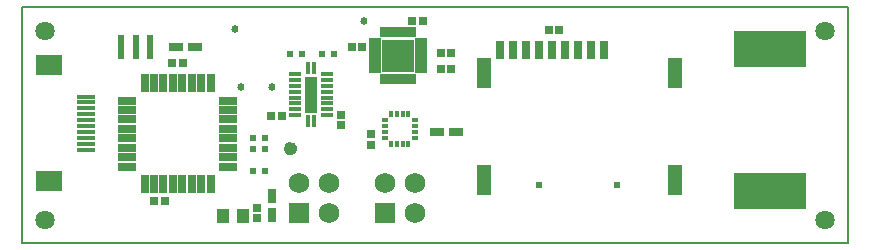
<source format=gts>
G04*
G04 #@! TF.GenerationSoftware,Altium Limited,Altium Designer,20.0.1 (14)*
G04*
G04 Layer_Color=8388736*
%FSLAX24Y24*%
%MOIN*%
G70*
G01*
G75*
%ADD15C,0.0060*%
%ADD38C,0.0240*%
%ADD39R,0.0237X0.0247*%
%ADD40R,0.0168X0.0227*%
%ADD41R,0.0227X0.0168*%
%ADD42R,0.0286X0.0641*%
%ADD43R,0.0641X0.0286*%
%ADD44C,0.0247*%
%ADD45C,0.0129*%
%ADD46R,0.0503X0.0306*%
%ADD47R,0.2412X0.1231*%
%ADD48R,0.0306X0.0294*%
%ADD49R,0.0483X0.0995*%
%ADD50R,0.0294X0.0601*%
%ADD51R,0.0294X0.0306*%
%ADD52R,0.0164X0.0444*%
%ADD53R,0.0444X0.0164*%
%ADD54R,0.0404X0.1192*%
%ADD55R,0.0207X0.0798*%
%ADD56R,0.0601X0.0168*%
%ADD57R,0.0916X0.0680*%
%ADD58R,0.0306X0.0503*%
%ADD59R,0.0385X0.0463*%
%ADD60R,0.0188X0.0365*%
%ADD61R,0.0385X0.0188*%
%ADD62R,0.1074X0.1113*%
%ADD63C,0.0680*%
%ADD64R,0.0680X0.0680*%
%ADD65C,0.0237*%
%ADD66C,0.0641*%
D15*
X27559Y0D02*
Y7874D01*
X0Y0D02*
Y7874D01*
Y0D02*
X27559D01*
X0Y7874D02*
X27559D01*
D38*
X9070Y3150D02*
G03*
X9070Y3150I-110J0D01*
G01*
D39*
X8948Y6300D02*
D03*
X9352D02*
D03*
X9998D02*
D03*
X10402D02*
D03*
X8102Y2400D02*
D03*
X7698D02*
D03*
X8102Y3150D02*
D03*
X7698D02*
D03*
X8102Y3500D02*
D03*
X7698D02*
D03*
D40*
X12305Y4302D02*
D03*
X12502D02*
D03*
X12698D02*
D03*
X12895D02*
D03*
Y3298D02*
D03*
X12698D02*
D03*
X12502D02*
D03*
X12305D02*
D03*
D41*
X13102Y4095D02*
D03*
Y3898D02*
D03*
Y3702D02*
D03*
Y3505D02*
D03*
X12098D02*
D03*
Y3702D02*
D03*
Y3898D02*
D03*
Y4095D02*
D03*
D42*
X6302Y5323D02*
D03*
X5987D02*
D03*
X5672D02*
D03*
X5357D02*
D03*
X5043D02*
D03*
X4728D02*
D03*
X4413D02*
D03*
X4098D02*
D03*
Y1977D02*
D03*
X4413D02*
D03*
X4728D02*
D03*
X5043D02*
D03*
X5357D02*
D03*
X5672D02*
D03*
X5987D02*
D03*
X6302D02*
D03*
D43*
X3527Y4752D02*
D03*
Y4437D02*
D03*
Y4122D02*
D03*
Y3807D02*
D03*
Y3493D02*
D03*
Y3178D02*
D03*
Y2863D02*
D03*
Y2548D02*
D03*
X6873D02*
D03*
Y2863D02*
D03*
Y3178D02*
D03*
Y3493D02*
D03*
Y3807D02*
D03*
Y4122D02*
D03*
Y4437D02*
D03*
Y4752D02*
D03*
D44*
X8350Y5200D02*
D03*
X7300D02*
D03*
X11400Y7400D02*
D03*
X7100Y7150D02*
D03*
D45*
X8838Y3150D02*
D03*
X9084D02*
D03*
D46*
X14465Y3700D02*
D03*
X13835D02*
D03*
X5135Y6550D02*
D03*
X5765D02*
D03*
D47*
X24950Y1738D02*
D03*
Y6462D02*
D03*
D48*
X17577Y7100D02*
D03*
X17923D02*
D03*
X14323Y5800D02*
D03*
X13977D02*
D03*
X14323Y6350D02*
D03*
X13977D02*
D03*
X13373Y7400D02*
D03*
X13027D02*
D03*
X11000Y6550D02*
D03*
X11346D02*
D03*
X8327Y4250D02*
D03*
X8673D02*
D03*
X5373Y6000D02*
D03*
X5027D02*
D03*
X4427Y1400D02*
D03*
X4773D02*
D03*
D49*
X21767Y5663D02*
D03*
Y2119D02*
D03*
X15408D02*
D03*
Y5663D02*
D03*
D50*
X15952Y6450D02*
D03*
X16385D02*
D03*
X16818D02*
D03*
X17251D02*
D03*
X17684D02*
D03*
X18117D02*
D03*
X18550D02*
D03*
X18983D02*
D03*
X19416D02*
D03*
D51*
X10650Y3927D02*
D03*
Y4273D02*
D03*
X7850Y827D02*
D03*
Y1173D02*
D03*
X11650Y3623D02*
D03*
Y3277D02*
D03*
D52*
X9748Y4064D02*
D03*
Y5836D02*
D03*
X9552D02*
D03*
Y4064D02*
D03*
D53*
X10181Y4261D02*
D03*
Y4458D02*
D03*
Y4655D02*
D03*
Y4852D02*
D03*
Y5048D02*
D03*
Y5245D02*
D03*
Y5442D02*
D03*
Y5639D02*
D03*
X9118D02*
D03*
Y5442D02*
D03*
Y5245D02*
D03*
Y5048D02*
D03*
Y4852D02*
D03*
Y4655D02*
D03*
Y4458D02*
D03*
Y4261D02*
D03*
D54*
X9650Y4950D02*
D03*
D55*
X4272Y6550D02*
D03*
X3800D02*
D03*
X3328D02*
D03*
D56*
X2143Y4886D02*
D03*
Y4689D02*
D03*
Y4492D02*
D03*
Y4295D02*
D03*
Y4098D02*
D03*
Y3902D02*
D03*
Y3705D02*
D03*
Y3508D02*
D03*
Y3311D02*
D03*
Y3114D02*
D03*
D57*
X903Y5929D02*
D03*
Y2071D02*
D03*
D58*
X8350Y1565D02*
D03*
Y935D02*
D03*
D59*
X7385Y900D02*
D03*
X6715D02*
D03*
D60*
X12058Y5463D02*
D03*
X12255D02*
D03*
X12452D02*
D03*
X12648D02*
D03*
X12845D02*
D03*
X13042D02*
D03*
Y7037D02*
D03*
X12845D02*
D03*
X12648D02*
D03*
X12452D02*
D03*
X12255D02*
D03*
X12058D02*
D03*
D61*
X13328Y5758D02*
D03*
Y5955D02*
D03*
Y6152D02*
D03*
Y6348D02*
D03*
Y6545D02*
D03*
Y6742D02*
D03*
X11772D02*
D03*
Y6545D02*
D03*
Y6348D02*
D03*
Y6152D02*
D03*
Y5955D02*
D03*
Y5758D02*
D03*
D62*
X12550Y6250D02*
D03*
D63*
X10250Y2000D02*
D03*
Y1000D02*
D03*
X9250Y2000D02*
D03*
X13100D02*
D03*
Y1000D02*
D03*
X12100Y2000D02*
D03*
D64*
X9250Y1000D02*
D03*
X12100D02*
D03*
D65*
X19849Y1954D02*
D03*
X17251D02*
D03*
D66*
X26772Y787D02*
D03*
Y7087D02*
D03*
X787Y787D02*
D03*
Y7087D02*
D03*
M02*

</source>
